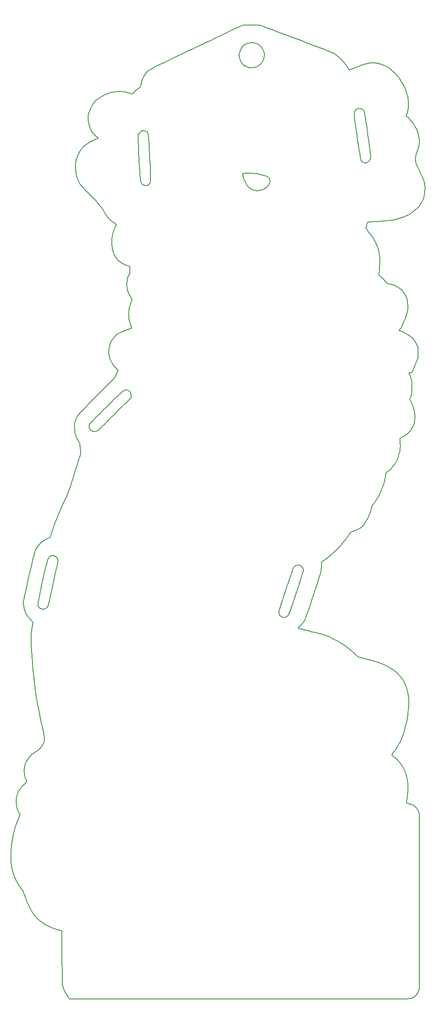
<source format=gm1>
G04 #@! TF.GenerationSoftware,KiCad,Pcbnew,(5.1.5)-3*
G04 #@! TF.CreationDate,2020-02-10T18:46:58-06:00*
G04 #@! TF.ProjectId,tymkrs_Cyphercon_2020_llama,74796d6b-7273-45f4-9379-70686572636f,V0*
G04 #@! TF.SameCoordinates,Original*
G04 #@! TF.FileFunction,Profile,NP*
%FSLAX46Y46*%
G04 Gerber Fmt 4.6, Leading zero omitted, Abs format (unit mm)*
G04 Created by KiCad (PCBNEW (5.1.5)-3) date 2020-02-10 18:46:58*
%MOMM*%
%LPD*%
G04 APERTURE LIST*
%ADD10C,0.180000*%
G04 APERTURE END LIST*
D10*
X127695893Y-8901686D02*
X127695893Y-8901686D01*
X127114725Y-8900000D02*
X127695893Y-8901686D01*
X126726248Y-8900175D02*
X127114725Y-8900000D01*
X126276661Y-8905899D02*
X126726248Y-8900175D01*
X125906015Y-8927059D02*
X126276661Y-8905899D01*
X125577200Y-8973656D02*
X125906015Y-8927059D01*
X125253103Y-9055688D02*
X125577200Y-8973656D01*
X124896615Y-9183154D02*
X125253103Y-9055688D01*
X124470623Y-9366054D02*
X124896615Y-9183154D01*
X123938018Y-9614385D02*
X124470623Y-9366054D01*
X123261687Y-9938149D02*
X123938018Y-9614385D01*
X122811068Y-10153780D02*
X123261687Y-9938149D01*
X122352596Y-10371966D02*
X122811068Y-10153780D01*
X121986241Y-10544969D02*
X122352596Y-10371966D01*
X121741365Y-10658932D02*
X121986241Y-10544969D01*
X121647332Y-10700000D02*
X121741365Y-10658932D01*
X121614900Y-10713591D02*
X121647332Y-10700000D01*
X121430863Y-10799068D02*
X121614900Y-10713591D01*
X121106812Y-10952626D02*
X121430863Y-10799068D01*
X120668290Y-11162086D02*
X121106812Y-10952626D01*
X120140838Y-11415270D02*
X120668290Y-11162086D01*
X119549999Y-11700000D02*
X120140838Y-11415270D01*
X119209636Y-11864134D02*
X119549999Y-11700000D01*
X118651177Y-12132558D02*
X119209636Y-11864134D01*
X118170368Y-12362539D02*
X118651177Y-12132558D01*
X117792798Y-12541895D02*
X118170368Y-12362539D01*
X117544054Y-12658443D02*
X117792798Y-12541895D01*
X117449724Y-12700000D02*
X117544054Y-12658443D01*
X117442641Y-12702378D02*
X117449724Y-12700000D01*
X117309529Y-12762218D02*
X117442641Y-12702378D01*
X117029962Y-12892965D02*
X117309529Y-12762218D01*
X116631224Y-13081717D02*
X117029962Y-12892965D01*
X116140599Y-13315572D02*
X116631224Y-13081717D01*
X115585368Y-13581627D02*
X116140599Y-13315572D01*
X115386402Y-13677123D02*
X115585368Y-13581627D01*
X114769084Y-13972783D02*
X115386402Y-13677123D01*
X114026783Y-14327615D02*
X114769084Y-13972783D01*
X113443917Y-14605854D02*
X114026783Y-14327615D01*
X124795254Y-13992532D02*
X124685762Y-14605854D01*
X125056759Y-13425170D02*
X124795254Y-13992532D01*
X125465535Y-12936771D02*
X125056759Y-13425170D01*
X126016838Y-12560338D02*
X125465535Y-12936771D01*
X126472039Y-12385998D02*
X126016838Y-12560338D01*
X127101258Y-12300776D02*
X126472039Y-12385998D01*
X127710343Y-12377634D02*
X127101258Y-12300776D01*
X128273906Y-12597591D02*
X127710343Y-12377634D01*
X128766558Y-12941666D02*
X128273906Y-12597591D01*
X129162910Y-13390879D02*
X128766558Y-12941666D01*
X129437573Y-13926249D02*
X129162910Y-13390879D01*
X129565159Y-14528795D02*
X129437573Y-13926249D01*
X129520278Y-15179535D02*
X129565159Y-14528795D01*
X129305411Y-15815073D02*
X129520278Y-15179535D01*
X128918502Y-16386821D02*
X129305411Y-15815073D01*
X128377254Y-16833720D02*
X128918502Y-16386821D01*
X127867855Y-17067129D02*
X128377254Y-16833720D01*
X127227432Y-17179707D02*
X127867855Y-17067129D01*
X126580728Y-17124117D02*
X127227432Y-17179707D01*
X125972298Y-16905022D02*
X126580728Y-17124117D01*
X125446700Y-16527083D02*
X125972298Y-16905022D01*
X125316802Y-16391558D02*
X125446700Y-16527083D01*
X124941792Y-15838370D02*
X125316802Y-16391558D01*
X124733027Y-15232134D02*
X124941792Y-15838370D01*
X124685762Y-14605854D02*
X124733027Y-15232134D01*
X113199530Y-14722516D02*
X113443917Y-14605854D01*
X112327352Y-15138386D02*
X113199530Y-14722516D01*
X111450279Y-15556124D02*
X112327352Y-15138386D01*
X110608339Y-15956627D02*
X111450279Y-15556124D01*
X110432505Y-16040276D02*
X110608339Y-15956627D01*
X109512983Y-16481284D02*
X110432505Y-16040276D01*
X108753752Y-16854840D02*
X109512983Y-16481284D01*
X108136052Y-17173618D02*
X108753752Y-16854840D01*
X107641125Y-17450297D02*
X108136052Y-17173618D01*
X107250214Y-17697552D02*
X107641125Y-17450297D01*
X106944560Y-17928060D02*
X107250214Y-17697552D01*
X106705406Y-18154496D02*
X106944560Y-17928060D01*
X106513993Y-18389539D02*
X106705406Y-18154496D01*
X106351563Y-18645863D02*
X106513993Y-18389539D01*
X106199358Y-18936145D02*
X106351563Y-18645863D01*
X106062853Y-19253330D02*
X106199358Y-18936145D01*
X105892561Y-19761041D02*
X106062853Y-19253330D01*
X105781337Y-20230719D02*
X105892561Y-19761041D01*
X105777289Y-20255059D02*
X105781337Y-20230719D01*
X105708303Y-20613012D02*
X105777289Y-20255059D01*
X105628785Y-20835754D02*
X105708303Y-20613012D01*
X105506706Y-20983475D02*
X105628785Y-20835754D01*
X105310036Y-21116361D02*
X105506706Y-20983475D01*
X105117547Y-21246392D02*
X105310036Y-21116361D01*
X104796804Y-21498911D02*
X105117547Y-21246392D01*
X104483931Y-21777712D02*
X104796804Y-21498911D01*
X104017863Y-22224887D02*
X104483931Y-21777712D01*
X103547406Y-22064586D02*
X104017863Y-22224887D01*
X102680470Y-21842418D02*
X103547406Y-22064586D01*
X101605642Y-21747704D02*
X102680470Y-21842418D01*
X100521578Y-21839931D02*
X101605642Y-21747704D01*
X99756785Y-22009069D02*
X100521578Y-21839931D01*
X98711778Y-22378029D02*
X99756785Y-22009069D01*
X97797209Y-22878069D02*
X98711778Y-22378029D01*
X97022741Y-23500914D02*
X97797209Y-22878069D01*
X96398039Y-24238286D02*
X97022741Y-23500914D01*
X95932766Y-25081909D02*
X96398039Y-24238286D01*
X95636587Y-26023507D02*
X95932766Y-25081909D01*
X95629085Y-26067307D02*
X95636587Y-26023507D01*
X146918950Y-25763536D02*
X146902484Y-26067307D01*
X147003337Y-25520654D02*
X146918950Y-25763536D01*
X147192307Y-25292307D02*
X147003337Y-25520654D01*
X147225819Y-25260427D02*
X147192307Y-25292307D01*
X147587642Y-25050188D02*
X147225819Y-25260427D01*
X148001090Y-24991336D02*
X147587642Y-25050188D01*
X148392412Y-25095939D02*
X148001090Y-24991336D01*
X148498959Y-25161627D02*
X148392412Y-25095939D01*
X148595975Y-25250921D02*
X148498959Y-25161627D01*
X148682894Y-25379056D02*
X148595975Y-25250921D01*
X148763787Y-25563743D02*
X148682894Y-25379056D01*
X148842726Y-25822691D02*
X148763787Y-25563743D01*
X148923784Y-26173611D02*
X148842726Y-25822691D01*
X149011033Y-26634211D02*
X148923784Y-26173611D01*
X149108544Y-27222202D02*
X149011033Y-26634211D01*
X149220389Y-27955294D02*
X149108544Y-27222202D01*
X149350642Y-28851196D02*
X149220389Y-27955294D01*
X149503373Y-29927618D02*
X149350642Y-28851196D01*
X149570539Y-30406092D02*
X149503373Y-29927618D01*
X149693066Y-31290301D02*
X149570539Y-30406092D01*
X149804834Y-32111496D02*
X149693066Y-31290301D01*
X149902903Y-32847183D02*
X149804834Y-32111496D01*
X149984331Y-33474870D02*
X149902903Y-32847183D01*
X150046176Y-33972064D02*
X149984331Y-33474870D01*
X150085497Y-34316271D02*
X150046176Y-33972064D01*
X150099352Y-34485000D02*
X150085497Y-34316271D01*
X150094007Y-34586566D02*
X150099352Y-34485000D01*
X149999655Y-34866383D02*
X150094007Y-34586566D01*
X149760000Y-35160000D02*
X149999655Y-34866383D01*
X149686946Y-35227873D02*
X149760000Y-35160000D01*
X149307348Y-35447330D02*
X149686946Y-35227873D01*
X148913084Y-35489626D02*
X149307348Y-35447330D01*
X148544888Y-35357603D02*
X148913084Y-35489626D01*
X148243495Y-35054107D02*
X148544888Y-35357603D01*
X148241458Y-35050746D02*
X148243495Y-35054107D01*
X148192360Y-34891334D02*
X148241458Y-35050746D01*
X148121264Y-34560177D02*
X148192360Y-34891334D01*
X148031923Y-34082421D02*
X148121264Y-34560177D01*
X147928090Y-33483209D02*
X148031923Y-34082421D01*
X147813515Y-32787688D02*
X147928090Y-33483209D01*
X147691951Y-32021002D02*
X147813515Y-32787688D01*
X147567151Y-31208295D02*
X147691951Y-32021002D01*
X147442866Y-30374713D02*
X147567151Y-31208295D01*
X147322849Y-29545401D02*
X147442866Y-30374713D01*
X147210852Y-28745504D02*
X147322849Y-29545401D01*
X147110626Y-28000166D02*
X147210852Y-28745504D01*
X147025924Y-27334532D02*
X147110626Y-28000166D01*
X146960499Y-26773748D02*
X147025924Y-27334532D01*
X146918101Y-26342958D02*
X146960499Y-26773748D01*
X146902484Y-26067307D02*
X146918101Y-26342958D01*
X95580440Y-26351352D02*
X95629085Y-26067307D01*
X95550546Y-27243700D02*
X95580440Y-26351352D01*
X95688295Y-28122300D02*
X95550546Y-27243700D01*
X95982238Y-28950940D02*
X95688295Y-28122300D01*
X96420927Y-29693407D02*
X95982238Y-28950940D01*
X96992913Y-30313489D02*
X96420927Y-29693407D01*
X97481933Y-30734720D02*
X96992913Y-30313489D01*
X97401112Y-30767307D02*
X97481933Y-30734720D01*
X105203691Y-30384802D02*
X105201737Y-30767307D01*
X105220568Y-30087839D02*
X105203691Y-30384802D01*
X105265588Y-29891983D02*
X105220568Y-30087839D01*
X105351814Y-29744413D02*
X105265588Y-29891983D01*
X105492307Y-29592307D02*
X105351814Y-29744413D01*
X105518566Y-29567042D02*
X105492307Y-29592307D01*
X105883683Y-29351080D02*
X105518566Y-29567042D01*
X106302996Y-29292696D02*
X105883683Y-29351080D01*
X106705539Y-29402964D02*
X106302996Y-29292696D01*
X106746319Y-29425655D02*
X106705539Y-29402964D01*
X106860728Y-29505969D02*
X106746319Y-29425655D01*
X106956249Y-29614475D02*
X106860728Y-29505969D01*
X107035931Y-29770243D02*
X106956249Y-29614475D01*
X107102823Y-29992341D02*
X107035931Y-29770243D01*
X107159974Y-30299840D02*
X107102823Y-29992341D01*
X107210434Y-30711809D02*
X107159974Y-30299840D01*
X107257251Y-31247316D02*
X107210434Y-30711809D01*
X107303474Y-31925433D02*
X107257251Y-31247316D01*
X107352153Y-32765227D02*
X107303474Y-31925433D01*
X107406337Y-33785769D02*
X107352153Y-32765227D01*
X107437038Y-34380847D02*
X107406337Y-33785769D01*
X107491991Y-35473570D02*
X107437038Y-34380847D01*
X107535244Y-36391096D02*
X107491991Y-35473570D01*
X107566751Y-37149923D02*
X107535244Y-36391096D01*
X107585456Y-37734992D02*
X107566751Y-37149923D01*
X125382198Y-37577801D02*
X125352628Y-37734992D01*
X125499468Y-37533271D02*
X125382198Y-37577801D01*
X125786214Y-37497992D02*
X125499468Y-37533271D01*
X126191412Y-37481678D02*
X125786214Y-37497992D01*
X126671262Y-37483986D02*
X126191412Y-37481678D01*
X127181962Y-37504575D02*
X126671262Y-37483986D01*
X127679713Y-37543100D02*
X127181962Y-37504575D01*
X128120712Y-37599221D02*
X127679713Y-37543100D01*
X128643901Y-37694004D02*
X128120712Y-37599221D01*
X129411614Y-37883119D02*
X128643901Y-37694004D01*
X129991931Y-38103469D02*
X129411614Y-37883119D01*
X130391747Y-38357955D02*
X129991931Y-38103469D01*
X130617956Y-38649475D02*
X130391747Y-38357955D01*
X130682468Y-38974909D02*
X130617956Y-38649475D01*
X130592191Y-39377422D02*
X130682468Y-38974909D01*
X130347553Y-39792178D02*
X130592191Y-39377422D01*
X129966406Y-40189847D02*
X130347553Y-39792178D01*
X129466600Y-40541103D02*
X129966406Y-40189847D01*
X128866430Y-40780272D02*
X129466600Y-40541103D01*
X128220280Y-40853654D02*
X128866430Y-40780272D01*
X127576617Y-40766197D02*
X128220280Y-40853654D01*
X126981569Y-40524190D02*
X127576617Y-40766197D01*
X126481268Y-40133927D02*
X126981569Y-40524190D01*
X126368805Y-40000902D02*
X126481268Y-40133927D01*
X126144599Y-39668700D02*
X126368805Y-40000902D01*
X125919062Y-39264206D02*
X126144599Y-39668700D01*
X125709647Y-38828004D02*
X125919062Y-39264206D01*
X125533802Y-38400678D02*
X125709647Y-38828004D01*
X125408979Y-38022812D02*
X125533802Y-38400678D01*
X125352628Y-37734992D02*
X125408979Y-38022812D01*
X107586464Y-37766550D02*
X107585456Y-37734992D01*
X107594340Y-38257477D02*
X107586464Y-37766550D01*
X107590330Y-38639202D02*
X107594340Y-38257477D01*
X107574390Y-38928225D02*
X107590330Y-38639202D01*
X107546472Y-39141043D02*
X107574390Y-38928225D01*
X107506532Y-39294158D02*
X107546472Y-39141043D01*
X107454522Y-39404067D02*
X107506532Y-39294158D01*
X107390397Y-39487269D02*
X107454522Y-39404067D01*
X107188532Y-39660495D02*
X107390397Y-39487269D01*
X106933887Y-39806126D02*
X107188532Y-39660495D01*
X106718866Y-39875233D02*
X106933887Y-39806126D01*
X106478747Y-39880985D02*
X106718866Y-39875233D01*
X106209639Y-39773525D02*
X106478747Y-39880985D01*
X106205464Y-39771379D02*
X106209639Y-39773525D01*
X106057401Y-39691856D02*
X106205464Y-39771379D01*
X105935085Y-39607014D02*
X106057401Y-39691856D01*
X105834911Y-39497412D02*
X105935085Y-39607014D01*
X105753273Y-39343608D02*
X105834911Y-39497412D01*
X105686568Y-39126160D02*
X105753273Y-39343608D01*
X105631191Y-38825627D02*
X105686568Y-39126160D01*
X105583537Y-38422567D02*
X105631191Y-38825627D01*
X105540002Y-37897540D02*
X105583537Y-38422567D01*
X105496981Y-37231102D02*
X105540002Y-37897540D01*
X105450870Y-36403813D02*
X105496981Y-37231102D01*
X105398063Y-35396231D02*
X105450870Y-36403813D01*
X105356225Y-34570902D02*
X105398063Y-35396231D01*
X105314531Y-33705683D02*
X105356225Y-34570902D01*
X105277563Y-32894001D02*
X105314531Y-33705683D01*
X105246559Y-32165090D02*
X105277563Y-32894001D01*
X105222760Y-31548182D02*
X105246559Y-32165090D01*
X105207406Y-31072510D02*
X105222760Y-31548182D01*
X105201737Y-30767307D02*
X105207406Y-31072510D01*
X96706686Y-31047303D02*
X97401112Y-30767307D01*
X96568424Y-31104936D02*
X96706686Y-31047303D01*
X95623512Y-31611952D02*
X96568424Y-31104936D01*
X94805119Y-32257944D02*
X95623512Y-31611952D01*
X94128182Y-33026377D02*
X94805119Y-32257944D01*
X93607636Y-33900719D02*
X94128182Y-33026377D01*
X93258419Y-34864434D02*
X93607636Y-33900719D01*
X93209060Y-35088208D02*
X93258419Y-34864434D01*
X93126668Y-35756967D02*
X93209060Y-35088208D01*
X93107372Y-36495367D02*
X93126668Y-35756967D01*
X93151180Y-37217027D02*
X93107372Y-36495367D01*
X93258103Y-37835565D02*
X93151180Y-37217027D01*
X93288720Y-37951993D02*
X93258103Y-37835565D01*
X93489282Y-38589558D02*
X93288720Y-37951993D01*
X93735726Y-39138773D02*
X93489282Y-38589558D01*
X94058483Y-39649007D02*
X93735726Y-39138773D01*
X94487986Y-40169627D02*
X94058483Y-39649007D01*
X95054665Y-40750000D02*
X94487986Y-40169627D01*
X95401900Y-41091010D02*
X95054665Y-40750000D01*
X96174278Y-41878805D02*
X95401900Y-41091010D01*
X96877473Y-42637056D02*
X96174278Y-41878805D01*
X97494639Y-43346008D02*
X96877473Y-42637056D01*
X98008930Y-43985908D02*
X97494639Y-43346008D01*
X98403501Y-44537001D02*
X98008930Y-43985908D01*
X98661505Y-44979532D02*
X98403501Y-44537001D01*
X98840796Y-45311002D02*
X98661505Y-44979532D01*
X99326153Y-45988969D02*
X98840796Y-45311002D01*
X99911919Y-46589313D02*
X99326153Y-45988969D01*
X100542654Y-47050982D02*
X99911919Y-46589313D01*
X100995172Y-47316175D02*
X100542654Y-47050982D01*
X100756405Y-47787358D02*
X100995172Y-47316175D01*
X100540319Y-48275002D02*
X100756405Y-47787358D01*
X100267092Y-49179410D02*
X100540319Y-48275002D01*
X100114102Y-50137674D02*
X100267092Y-49179410D01*
X100084809Y-51099232D02*
X100114102Y-50137674D01*
X100182675Y-52013518D02*
X100084809Y-51099232D01*
X100411163Y-52829972D02*
X100182675Y-52013518D01*
X100469733Y-52970915D02*
X100411163Y-52829972D01*
X100908838Y-53732568D02*
X100469733Y-52970915D01*
X101499167Y-54384088D02*
X100908838Y-53732568D01*
X102213596Y-54900299D02*
X101499167Y-54384088D01*
X103025000Y-55256025D02*
X102213596Y-54900299D01*
X103599999Y-55436524D02*
X103025000Y-55256025D01*
X103600000Y-56162360D02*
X103599999Y-55436524D01*
X103599861Y-56202001D02*
X103600000Y-56162360D01*
X103585514Y-56558128D02*
X103599861Y-56202001D01*
X103552194Y-56824485D02*
X103585514Y-56558128D01*
X103506473Y-56945998D02*
X103552194Y-56824485D01*
X103441350Y-57033424D02*
X103506473Y-56945998D01*
X103326018Y-57264199D02*
X103441350Y-57033424D01*
X103197431Y-57576900D02*
X103326018Y-57264199D01*
X103039840Y-58143715D02*
X103197431Y-57576900D01*
X102971905Y-58967395D02*
X103039840Y-58143715D01*
X103066699Y-59810941D02*
X102971905Y-58967395D01*
X103317938Y-60628623D02*
X103066699Y-59810941D01*
X103719338Y-61374713D02*
X103317938Y-60628623D01*
X104009213Y-61799427D02*
X103719338Y-61374713D01*
X103689726Y-62724713D02*
X104009213Y-61799427D01*
X103644380Y-62857514D02*
X103689726Y-62724713D01*
X103502240Y-63317702D02*
X103644380Y-62857514D01*
X103418835Y-63710550D02*
X103502240Y-63317702D01*
X103379346Y-64125002D02*
X103418835Y-63710550D01*
X103368953Y-64650000D02*
X103379346Y-64125002D01*
X103368937Y-64690554D02*
X103368953Y-64650000D01*
X103379865Y-65210536D02*
X103368937Y-64690554D01*
X103420125Y-65615848D02*
X103379865Y-65210536D01*
X103501890Y-65985874D02*
X103420125Y-65615848D01*
X103637336Y-66400000D02*
X103501890Y-65985874D01*
X103667282Y-66483740D02*
X103637336Y-66400000D01*
X103792831Y-66845446D02*
X103667282Y-66483740D01*
X103886017Y-67130823D02*
X103792831Y-66845446D01*
X103928501Y-67284185D02*
X103886017Y-67130823D01*
X103877499Y-67365214D02*
X103928501Y-67284185D01*
X103636253Y-67480346D02*
X103877499Y-67365214D01*
X103200000Y-67609516D02*
X103636253Y-67480346D01*
X102835766Y-67711831D02*
X103200000Y-67609516D01*
X101880053Y-68089120D02*
X102835766Y-67711831D01*
X101078929Y-68581745D02*
X101880053Y-68089120D01*
X100437347Y-69184341D02*
X101078929Y-68581745D01*
X99960260Y-69891539D02*
X100437347Y-69184341D01*
X99652621Y-70697971D02*
X99960260Y-69891539D01*
X99519383Y-71598269D02*
X99652621Y-70697971D01*
X99510200Y-71854963D02*
X99519383Y-71598269D01*
X99519994Y-72303896D02*
X99510200Y-71854963D01*
X99578823Y-72687193D02*
X99519994Y-72303896D01*
X99697365Y-73094603D02*
X99578823Y-72687193D01*
X99843762Y-73471203D02*
X99697365Y-73094603D01*
X100172770Y-74106215D02*
X99843762Y-73471203D01*
X100564009Y-74669004D02*
X100172770Y-74106215D01*
X100976921Y-75096130D02*
X100564009Y-74669004D01*
X101332242Y-75389015D02*
X100976921Y-75096130D01*
X101066121Y-75982012D02*
X101332242Y-75389015D01*
X100938725Y-76277411D02*
X101066121Y-75982012D01*
X100838427Y-76534780D02*
X100938725Y-76277411D01*
X100799999Y-76668815D02*
X100838427Y-76534780D01*
X100740957Y-76745255D02*
X100799999Y-76668815D01*
X100553062Y-76950213D02*
X100740957Y-76745255D01*
X100249872Y-77268337D02*
X100553062Y-76950213D01*
X99845336Y-77685337D02*
X100249872Y-77268337D01*
X99353407Y-78186923D02*
X99845336Y-77685337D01*
X98788034Y-78758807D02*
X99353407Y-78186923D01*
X98163168Y-79386700D02*
X98788034Y-78758807D01*
X97492761Y-80056310D02*
X98163168Y-79386700D01*
X96937321Y-80611434D02*
X97492761Y-80056310D01*
X96270020Y-81283594D02*
X96937321Y-80611434D01*
X95645877Y-81917903D02*
X96270020Y-81283594D01*
X95081434Y-82497267D02*
X95645877Y-81917903D01*
X94593231Y-83004587D02*
X95081434Y-82497267D01*
X94197809Y-83422766D02*
X94593231Y-83004587D01*
X93911709Y-83734709D02*
X94197809Y-83422766D01*
X93751474Y-83923317D02*
X93911709Y-83734709D01*
X93543179Y-84234648D02*
X93751474Y-83923317D01*
X93284898Y-84710358D02*
X93543179Y-84234648D01*
X93097223Y-85158343D02*
X93284898Y-84710358D01*
X92953636Y-85734615D02*
X93097223Y-85158343D01*
X92919678Y-86235767D02*
X92953636Y-85734615D01*
X95832359Y-85834112D02*
X95728367Y-86235767D01*
X95877909Y-85770719D02*
X95832359Y-85834112D01*
X96058664Y-85563454D02*
X95877909Y-85770719D01*
X96357533Y-85242078D02*
X96058664Y-85563454D01*
X96759018Y-84822577D02*
X96357533Y-85242078D01*
X97247621Y-84320937D02*
X96759018Y-84822577D01*
X97807845Y-83753142D02*
X97247621Y-84320937D01*
X98424191Y-83135180D02*
X97807845Y-83753142D01*
X99081162Y-82483035D02*
X98424191Y-83135180D01*
X99243780Y-82322455D02*
X99081162Y-82483035D01*
X100013408Y-81564820D02*
X99243780Y-82322455D01*
X100658453Y-80936141D02*
X100013408Y-81564820D01*
X101192665Y-80425568D02*
X100658453Y-80936141D01*
X101629788Y-80022252D02*
X101192665Y-80425568D01*
X101983572Y-79715343D02*
X101629788Y-80022252D01*
X102267763Y-79493991D02*
X101983572Y-79715343D01*
X102496110Y-79347348D02*
X102267763Y-79493991D01*
X102682358Y-79264564D02*
X102496110Y-79347348D01*
X102840257Y-79234790D02*
X102682358Y-79264564D01*
X102983552Y-79247176D02*
X102840257Y-79234790D01*
X103125992Y-79290872D02*
X102983552Y-79247176D01*
X103477305Y-79494398D02*
X103125992Y-79290872D01*
X103719483Y-79833383D02*
X103477305Y-79494398D01*
X103800000Y-80290006D02*
X103719483Y-79833383D01*
X103800000Y-80742300D02*
X103800000Y-80290006D01*
X100825000Y-83732043D02*
X103800000Y-80742300D01*
X100530211Y-84027794D02*
X100825000Y-83732043D01*
X99892250Y-84664423D02*
X100530211Y-84027794D01*
X99292257Y-85258650D02*
X99892250Y-84664423D01*
X98747322Y-85793822D02*
X99292257Y-85258650D01*
X98274538Y-86253286D02*
X98747322Y-85793822D01*
X97890994Y-86620388D02*
X98274538Y-86253286D01*
X97613783Y-86878475D02*
X97890994Y-86620388D01*
X97459996Y-87010893D02*
X97613783Y-86878475D01*
X97328498Y-87100820D02*
X97459996Y-87010893D01*
X96898942Y-87279342D02*
X97328498Y-87100820D01*
X96494544Y-87260358D02*
X96898942Y-87279342D01*
X96111072Y-87043971D02*
X96494544Y-87260358D01*
X96056219Y-86994832D02*
X96111072Y-87043971D01*
X95806730Y-86638922D02*
X96056219Y-86994832D01*
X95728367Y-86235767D02*
X95806730Y-86638922D01*
X92894034Y-86614232D02*
X92919678Y-86235767D01*
X93006200Y-87501492D02*
X92894034Y-86614232D01*
X93283380Y-88353266D02*
X93006200Y-87501492D01*
X93718818Y-89126427D02*
X93283380Y-88353266D01*
X93756312Y-89182220D02*
X93718818Y-89126427D01*
X93905680Y-89536093D02*
X93756312Y-89182220D01*
X93964606Y-90008072D02*
X93905680Y-89536093D01*
X93977553Y-90218497D02*
X93964606Y-90008072D01*
X94026254Y-90633935D02*
X93977553Y-90218497D01*
X94092933Y-90973757D02*
X94026254Y-90633935D01*
X94137658Y-91183230D02*
X94092933Y-90973757D01*
X94139071Y-91407577D02*
X94137658Y-91183230D01*
X94077172Y-91677110D02*
X94139071Y-91407577D01*
X93942471Y-92060379D02*
X94077172Y-91677110D01*
X93913866Y-92138641D02*
X93942471Y-92060379D01*
X93792834Y-92494226D02*
X93913866Y-92138641D01*
X93632757Y-92989360D02*
X93792834Y-92494226D01*
X93446158Y-93584285D02*
X93632757Y-92989360D01*
X93245562Y-94239241D02*
X93446158Y-93584285D01*
X93043490Y-94914468D02*
X93245562Y-94239241D01*
X92846859Y-95575464D02*
X93043490Y-94914468D01*
X92596327Y-96396764D02*
X92846859Y-95575464D01*
X92366711Y-97113656D02*
X92596327Y-96396764D01*
X92142746Y-97766852D02*
X92366711Y-97113656D01*
X91909166Y-98397069D02*
X92142746Y-97766852D01*
X91650706Y-99045020D02*
X91909166Y-98397069D01*
X91352099Y-99751421D02*
X91650706Y-99045020D01*
X90998081Y-100556985D02*
X91352099Y-99751421D01*
X90573385Y-101502428D02*
X90998081Y-100556985D01*
X90132717Y-102485488D02*
X90573385Y-101502428D01*
X89719439Y-103430027D02*
X90132717Y-102485488D01*
X89375028Y-104247673D02*
X89719439Y-103430027D01*
X89088622Y-104965746D02*
X89375028Y-104247673D01*
X88849357Y-105611567D02*
X89088622Y-104965746D01*
X88646372Y-106212455D02*
X88849357Y-105611567D01*
X88468805Y-106795731D02*
X88646372Y-106212455D01*
X88233005Y-107612491D02*
X88468805Y-106795731D01*
X87435502Y-108000563D02*
X88233005Y-107612491D01*
X87212774Y-108115334D02*
X87435502Y-108000563D01*
X86454808Y-108630165D02*
X87212774Y-108115334D01*
X85853705Y-109264729D02*
X86454808Y-108630165D01*
X85400794Y-110027667D02*
X85853705Y-109264729D01*
X85365203Y-110112321D02*
X85400794Y-110027667D01*
X85244898Y-110467822D02*
X85365203Y-110112321D01*
X85090043Y-111007723D02*
X85244898Y-110467822D01*
X84900021Y-111734432D02*
X85090043Y-111007723D01*
X84674218Y-112650352D02*
X84900021Y-111734432D01*
X84412017Y-113757890D02*
X84674218Y-112650352D01*
X84112803Y-115059451D02*
X84412017Y-113757890D01*
X83961199Y-115729075D02*
X84112803Y-115059451D01*
X83759538Y-116627248D02*
X83961199Y-115729075D01*
X83573388Y-117464803D02*
X83759538Y-116627248D01*
X83407623Y-118219356D02*
X83573388Y-117464803D01*
X83267117Y-118868521D02*
X83407623Y-118219356D01*
X83156743Y-119389913D02*
X83267117Y-118868521D01*
X83081376Y-119761147D02*
X83156743Y-119389913D01*
X83045888Y-119959838D02*
X83081376Y-119761147D01*
X83024765Y-120515099D02*
X83045888Y-119959838D01*
X83059146Y-120738003D02*
X83024765Y-120515099D01*
X85861711Y-120547213D02*
X85841492Y-120738003D01*
X85919441Y-120192740D02*
X85861711Y-120547213D01*
X86009502Y-119699236D02*
X85919441Y-120192740D01*
X86126716Y-119091355D02*
X86009502Y-119699236D01*
X86265903Y-118393748D02*
X86126716Y-119091355D01*
X86421883Y-117631069D02*
X86265903Y-118393748D01*
X86589477Y-116827971D02*
X86421883Y-117631069D01*
X86763505Y-116009105D02*
X86589477Y-116827971D01*
X86938788Y-115199126D02*
X86763505Y-116009105D01*
X87110147Y-114422686D02*
X86938788Y-115199126D01*
X87272402Y-113704438D02*
X87110147Y-114422686D01*
X87420373Y-113069033D02*
X87272402Y-113704438D01*
X87548881Y-112541127D02*
X87420373Y-113069033D01*
X87652747Y-112145370D02*
X87548881Y-112541127D01*
X87735140Y-111896936D02*
X87652747Y-112145370D01*
X87970871Y-111487386D02*
X87735140Y-111896936D01*
X88293327Y-111249589D02*
X87970871Y-111487386D01*
X88714316Y-111172727D02*
X88293327Y-111249589D01*
X88929682Y-111184283D02*
X88714316Y-111172727D01*
X89182059Y-111272071D02*
X88929682Y-111184283D01*
X89418356Y-111487941D02*
X89182059Y-111272071D01*
X89600168Y-111745255D02*
X89418356Y-111487941D01*
X89700000Y-112131384D02*
X89600168Y-111745255D01*
X89697558Y-112160136D02*
X89700000Y-112131384D01*
X89663136Y-112366673D02*
X89697558Y-112160136D01*
X89592240Y-112735105D02*
X89663136Y-112366673D01*
X89490235Y-113240534D02*
X89592240Y-112735105D01*
X89362486Y-113858063D02*
X89490235Y-113240534D01*
X89214356Y-114562793D02*
X89362486Y-113858063D01*
X89051211Y-115329827D02*
X89214356Y-114562793D01*
X88878414Y-116134266D02*
X89051211Y-115329827D01*
X88701331Y-116951213D02*
X88878414Y-116134266D01*
X88525326Y-117755769D02*
X88701331Y-116951213D01*
X88355763Y-118523037D02*
X88525326Y-117755769D01*
X88198007Y-119228119D02*
X88355763Y-118523037D01*
X88057422Y-119846116D02*
X88198007Y-119228119D01*
X87939373Y-120352132D02*
X88057422Y-119846116D01*
X87849225Y-120721267D02*
X87939373Y-120352132D01*
X87847121Y-120729225D02*
X87849225Y-120721267D01*
X87722836Y-120992407D02*
X87847121Y-120729225D01*
X87526459Y-121246267D02*
X87722836Y-120992407D01*
X87443030Y-121320099D02*
X87526459Y-121246267D01*
X87086776Y-121489340D02*
X87443030Y-121320099D01*
X86697518Y-121502970D02*
X87086776Y-121489340D01*
X86326403Y-121375811D02*
X86697518Y-121502970D01*
X86024574Y-121122686D02*
X86326403Y-121375811D01*
X85843177Y-120758419D02*
X86024574Y-121122686D01*
X85841492Y-120738003D02*
X85843177Y-120758419D01*
X83144876Y-121293830D02*
X83059146Y-120738003D01*
X83419139Y-122069835D02*
X83144876Y-121293830D01*
X83468218Y-122156691D02*
X83419139Y-122069835D01*
X132414025Y-121885809D02*
X132377981Y-122156691D01*
X132493357Y-121530573D02*
X132414025Y-121885809D01*
X132619299Y-121073418D02*
X132493357Y-121530573D01*
X132795175Y-120496779D02*
X132619299Y-121073418D01*
X133024305Y-119783091D02*
X132795175Y-120496779D01*
X133310013Y-118914789D02*
X133024305Y-119783091D01*
X133655620Y-117874307D02*
X133310013Y-118914789D01*
X133832285Y-117344375D02*
X133655620Y-117874307D01*
X134117178Y-116494943D02*
X133832285Y-117344375D01*
X134382909Y-115708865D02*
X134117178Y-116494943D01*
X134622228Y-115007234D02*
X134382909Y-115708865D01*
X134827882Y-114411149D02*
X134622228Y-115007234D01*
X134992623Y-113941704D02*
X134827882Y-114411149D01*
X135109199Y-113619997D02*
X134992623Y-113941704D01*
X135170359Y-113467122D02*
X135109199Y-113619997D01*
X135258744Y-113329193D02*
X135170359Y-113467122D01*
X135566545Y-113078397D02*
X135258744Y-113329193D01*
X135957092Y-112962215D02*
X135566545Y-113078397D01*
X136366314Y-113005384D02*
X135957092Y-112962215D01*
X136492233Y-113060241D02*
X136366314Y-113005384D01*
X136792086Y-113298300D02*
X136492233Y-113060241D01*
X137013149Y-113618840D02*
X136792086Y-113298300D01*
X137099626Y-113949986D02*
X137013149Y-113618840D01*
X137083765Y-114027738D02*
X137099626Y-113949986D01*
X137011296Y-114284979D02*
X137083765Y-114027738D01*
X136886009Y-114697070D02*
X137011296Y-114284979D01*
X136714339Y-115243786D02*
X136886009Y-114697070D01*
X136502722Y-115904900D02*
X136714339Y-115243786D01*
X136257594Y-116660186D02*
X136502722Y-115904900D01*
X135985389Y-117489419D02*
X136257594Y-116660186D01*
X135692542Y-118372371D02*
X135985389Y-117489419D01*
X135680153Y-118409537D02*
X135692542Y-118372371D01*
X135341030Y-119424013D02*
X135680153Y-118409537D01*
X135057022Y-120265999D02*
X135341030Y-119424013D01*
X134821594Y-120952622D02*
X135057022Y-120265999D01*
X134628211Y-121501006D02*
X134821594Y-120952622D01*
X134470338Y-121928279D02*
X134628211Y-121501006D01*
X134341438Y-122251567D02*
X134470338Y-121928279D01*
X134234976Y-122487995D02*
X134341438Y-122251567D01*
X134144418Y-122654690D02*
X134234976Y-122487995D01*
X134063228Y-122768778D02*
X134144418Y-122654690D01*
X133984870Y-122847385D02*
X134063228Y-122768778D01*
X133906541Y-122908240D02*
X133984870Y-122847385D01*
X133511206Y-123082365D02*
X133906541Y-122908240D01*
X133104310Y-123062050D02*
X133511206Y-123082365D01*
X132715024Y-122847296D02*
X133104310Y-123062050D01*
X132600243Y-122747985D02*
X132715024Y-122847296D01*
X132496356Y-122638867D02*
X132600243Y-122747985D01*
X132422469Y-122515655D02*
X132496356Y-122638867D01*
X132381903Y-122360785D02*
X132422469Y-122515655D01*
X132377981Y-122156691D02*
X132381903Y-122360785D01*
X83830192Y-122797283D02*
X83468218Y-122156691D01*
X84360671Y-123430344D02*
X83830192Y-122797283D01*
X84913396Y-123970003D02*
X84360671Y-123430344D01*
X84758671Y-124785647D02*
X84913396Y-123970003D01*
X84719363Y-125002792D02*
X84758671Y-124785647D01*
X84633348Y-125584819D02*
X84719363Y-125002792D01*
X84573131Y-126197464D02*
X84633348Y-125584819D01*
X84539082Y-126861640D02*
X84573131Y-126197464D01*
X84531567Y-127598261D02*
X84539082Y-126861640D01*
X84550954Y-128428240D02*
X84531567Y-127598261D01*
X84597611Y-129372490D02*
X84550954Y-128428240D01*
X84671906Y-130451924D02*
X84597611Y-129372490D01*
X84774206Y-131687457D02*
X84671906Y-130451924D01*
X84904880Y-133100000D02*
X84774206Y-131687457D01*
X84979391Y-133851807D02*
X84904880Y-133100000D01*
X85217833Y-135979305D02*
X84979391Y-133851807D01*
X85483948Y-137953460D02*
X85217833Y-135979305D01*
X85783087Y-139808442D02*
X85483948Y-137953460D01*
X86120603Y-141578420D02*
X85783087Y-139808442D01*
X86501845Y-143297565D02*
X86120603Y-141578420D01*
X86577897Y-143621868D02*
X86501845Y-143297565D01*
X86720715Y-144251033D02*
X86577897Y-143621868D01*
X86851719Y-144852436D02*
X86720715Y-144251033D01*
X86958950Y-145370588D02*
X86851719Y-144852436D01*
X87030447Y-145750000D02*
X86958950Y-145370588D01*
X87061249Y-145935082D02*
X87030447Y-145750000D01*
X87109454Y-146295899D02*
X87061249Y-145935082D01*
X87113081Y-146564733D02*
X87109454Y-146295899D01*
X87069100Y-146815979D02*
X87113081Y-146564733D01*
X86974480Y-147124031D02*
X87069100Y-146815979D01*
X86856725Y-147412859D02*
X86974480Y-147124031D01*
X86477595Y-148015495D02*
X86856725Y-147412859D01*
X85958612Y-148559011D02*
X86477595Y-148015495D01*
X85340607Y-148996609D02*
X85958612Y-148559011D01*
X84721547Y-149417084D02*
X85340607Y-148996609D01*
X84086438Y-150061472D02*
X84721547Y-149417084D01*
X83595102Y-150844791D02*
X84086438Y-150061472D01*
X83442765Y-151175057D02*
X83595102Y-150844791D01*
X83322480Y-151526140D02*
X83442765Y-151175057D01*
X83255138Y-151900877D02*
X83322480Y-151526140D01*
X83219290Y-152387316D02*
X83255138Y-151900877D01*
X83207787Y-152752294D02*
X83219290Y-152387316D01*
X83224493Y-153166021D02*
X83207787Y-152752294D01*
X83290471Y-153538762D02*
X83224493Y-153166021D01*
X83417295Y-153962605D02*
X83290471Y-153538762D01*
X83656426Y-154675210D02*
X83417295Y-153962605D01*
X83071010Y-155312605D02*
X83656426Y-154675210D01*
X82785975Y-155629216D02*
X83071010Y-155312605D01*
X82426048Y-156063892D02*
X82785975Y-155629216D01*
X82163690Y-156444803D02*
X82426048Y-156063892D01*
X81966774Y-156820812D02*
X82163690Y-156444803D01*
X81803171Y-157240782D02*
X81966774Y-156820812D01*
X81791126Y-157276558D02*
X81803171Y-157240782D01*
X81642872Y-157964108D02*
X81791126Y-157276558D01*
X81615593Y-158707336D02*
X81642872Y-157964108D01*
X81702725Y-159448287D02*
X81615593Y-158707336D01*
X81897704Y-160129003D02*
X81702725Y-159448287D01*
X82193967Y-160691528D02*
X81897704Y-160129003D01*
X82414617Y-161001402D02*
X82193967Y-160691528D01*
X82016196Y-162025701D02*
X82414617Y-161001402D01*
X82012606Y-162034933D02*
X82016196Y-162025701D01*
X81518383Y-163402317D02*
X82012606Y-162034933D01*
X81143700Y-164667981D02*
X81518383Y-163402317D01*
X80877686Y-165881459D02*
X81143700Y-164667981D01*
X80709468Y-167092287D02*
X80877686Y-165881459D01*
X80628175Y-168350000D02*
X80709468Y-167092287D01*
X80618277Y-168789030D02*
X80628175Y-168350000D01*
X80642381Y-169942908D02*
X80618277Y-168789030D01*
X80751440Y-170972800D02*
X80642381Y-169942908D01*
X80954378Y-171924885D02*
X80751440Y-170972800D01*
X81260119Y-172845340D02*
X80954378Y-171924885D01*
X81677586Y-173780344D02*
X81260119Y-172845340D01*
X81919468Y-174218687D02*
X81677586Y-173780344D01*
X82223053Y-174697737D02*
X81919468Y-174218687D01*
X82514829Y-175098916D02*
X82223053Y-174697737D01*
X82769239Y-175453811D02*
X82514829Y-175098916D01*
X82981270Y-175819827D02*
X82769239Y-175453811D01*
X83104637Y-176117221D02*
X82981270Y-175819827D01*
X83117165Y-176162112D02*
X83104637Y-176117221D01*
X83237517Y-176531884D02*
X83117165Y-176162112D01*
X83415481Y-177019112D02*
X83237517Y-176531884D01*
X83629022Y-177568325D02*
X83415481Y-177019112D01*
X83856110Y-178124052D02*
X83629022Y-177568325D01*
X84074712Y-178630820D02*
X83856110Y-178124052D01*
X84262795Y-179033158D02*
X84074712Y-178630820D01*
X84328166Y-179158841D02*
X84262795Y-179033158D01*
X84716164Y-179784268D02*
X84328166Y-179158841D01*
X85206962Y-180436120D02*
X84716164Y-179784268D01*
X85746755Y-181047303D02*
X85206962Y-180436120D01*
X86281737Y-181550723D02*
X85746755Y-181047303D01*
X86620914Y-181813867D02*
X86281737Y-181550723D01*
X87436440Y-182337602D02*
X86620914Y-181813867D01*
X88327749Y-182787762D02*
X87436440Y-182337602D01*
X89231276Y-183134309D02*
X88327749Y-182787762D01*
X90083452Y-183347204D02*
X89231276Y-183134309D01*
X90500000Y-183417579D02*
X90083452Y-183347204D01*
X90500000Y-188453867D02*
X90500000Y-183417579D01*
X90501918Y-189663473D02*
X90500000Y-188453867D01*
X90508574Y-190852104D02*
X90501918Y-189663473D01*
X90519915Y-191861156D02*
X90508574Y-190852104D01*
X90535860Y-192686554D02*
X90519915Y-191861156D01*
X90556328Y-193324224D02*
X90535860Y-192686554D01*
X90581237Y-193770090D02*
X90556328Y-193324224D01*
X90610508Y-194020077D02*
X90581237Y-193770090D01*
X90688855Y-194327187D02*
X90610508Y-194020077D01*
X90939278Y-194996476D02*
X90688855Y-194327187D01*
X91274263Y-195641743D02*
X90939278Y-194996476D01*
X91651313Y-196175000D02*
X91274263Y-195641743D01*
X92015584Y-196600000D02*
X91651313Y-196175000D01*
X124682792Y-196599442D02*
X92015584Y-196600000D01*
X125544450Y-196599412D02*
X124682792Y-196599442D01*
X128835540Y-196599007D02*
X125544450Y-196599412D01*
X131930608Y-196598132D02*
X128835540Y-196599007D01*
X134832827Y-196596777D02*
X131930608Y-196598132D01*
X137545374Y-196594931D02*
X134832827Y-196596777D01*
X140071424Y-196592584D02*
X137545374Y-196594931D01*
X142414152Y-196589726D02*
X140071424Y-196592584D01*
X144576734Y-196586345D02*
X142414152Y-196589726D01*
X146562345Y-196582432D02*
X144576734Y-196586345D01*
X148374161Y-196577976D02*
X146562345Y-196582432D01*
X150015356Y-196572966D02*
X148374161Y-196577976D01*
X151489106Y-196567393D02*
X150015356Y-196572966D01*
X152798587Y-196561244D02*
X151489106Y-196567393D01*
X153946973Y-196554511D02*
X152798587Y-196561244D01*
X154937440Y-196547182D02*
X153946973Y-196554511D01*
X155773164Y-196539247D02*
X154937440Y-196547182D01*
X156457320Y-196530695D02*
X155773164Y-196539247D01*
X156993082Y-196521516D02*
X156457320Y-196530695D01*
X157383627Y-196511700D02*
X156993082Y-196521516D01*
X157632130Y-196501235D02*
X157383627Y-196511700D01*
X157741766Y-196490112D02*
X157632130Y-196501235D01*
X157882996Y-196447798D02*
X157741766Y-196490112D01*
X158446648Y-196188733D02*
X157882996Y-196447798D01*
X158875256Y-195806484D02*
X158446648Y-196188733D01*
X159206820Y-195269390D02*
X158875256Y-195806484D01*
X159499842Y-194650000D02*
X159206820Y-195269390D01*
X159499842Y-160850000D02*
X159499842Y-194650000D01*
X159206061Y-160229005D02*
X159499842Y-160850000D01*
X159191936Y-160199332D02*
X159206061Y-160229005D01*
X158977543Y-159810450D02*
X159191936Y-160199332D01*
X158744638Y-159537321D02*
X158977543Y-159810450D01*
X158431140Y-159305998D02*
X158744638Y-159537321D01*
X158265097Y-159212444D02*
X158431140Y-159305998D01*
X157850918Y-159037028D02*
X158265097Y-159212444D01*
X157465333Y-158937827D02*
X157850918Y-159037028D01*
X157238427Y-158903874D02*
X157465333Y-158937827D01*
X157066940Y-158850803D02*
X157238427Y-158903874D01*
X157015585Y-158755544D02*
X157066940Y-158850803D01*
X157038995Y-158580022D02*
X157015585Y-158755544D01*
X157045491Y-158547293D02*
X157038995Y-158580022D01*
X157213587Y-157404754D02*
X157045491Y-158547293D01*
X157276996Y-156251088D02*
X157213587Y-157404754D01*
X157238706Y-155124265D02*
X157276996Y-156251088D01*
X157101705Y-154062260D02*
X157238706Y-155124265D01*
X156868982Y-153103043D02*
X157101705Y-154062260D01*
X156543525Y-152284588D02*
X156868982Y-153103043D01*
X156272657Y-151816649D02*
X156543525Y-152284588D01*
X155816063Y-151181030D02*
X156272657Y-151816649D01*
X155295251Y-150579418D02*
X155816063Y-151181030D01*
X154771402Y-150087658D02*
X155295251Y-150579418D01*
X154504399Y-149869658D02*
X154771402Y-150087658D01*
X154279428Y-149685207D02*
X154504399Y-149869658D01*
X154159759Y-149586118D02*
X154279428Y-149685207D01*
X154153129Y-149555607D02*
X154159759Y-149586118D01*
X154221957Y-149395477D02*
X154153129Y-149555607D01*
X154387408Y-149140556D02*
X154221957Y-149395477D01*
X154625519Y-148829759D02*
X154387408Y-149140556D01*
X154643398Y-148807772D02*
X154625519Y-148829759D01*
X154974639Y-148365276D02*
X154643398Y-148807772D01*
X155312287Y-147861060D02*
X154974639Y-148365276D01*
X155585894Y-147400000D02*
X155312287Y-147861060D01*
X155700762Y-147178070D02*
X155585894Y-147400000D01*
X156096767Y-146273361D02*
X155700762Y-147178070D01*
X156462322Y-145226118D02*
X156096767Y-146273361D01*
X156785825Y-144080751D02*
X156462322Y-145226118D01*
X157055680Y-142881668D02*
X156785825Y-144080751D01*
X157260285Y-141673282D02*
X157055680Y-142881668D01*
X157388043Y-140500000D02*
X157260285Y-141673282D01*
X157413672Y-140092938D02*
X157388043Y-140500000D01*
X157418768Y-138796262D02*
X157413672Y-140092938D01*
X157291912Y-137632692D02*
X157418768Y-138796262D01*
X157027520Y-136584253D02*
X157291912Y-137632692D01*
X156620008Y-135632974D02*
X157027520Y-136584253D01*
X156063794Y-134760880D02*
X156620008Y-135632974D01*
X155353294Y-133950000D02*
X156063794Y-134760880D01*
X154779697Y-133426250D02*
X155353294Y-133950000D01*
X154147358Y-132953083D02*
X154779697Y-133426250D01*
X153445573Y-132533505D02*
X154147358Y-132953083D01*
X152648263Y-132155180D02*
X153445573Y-132533505D01*
X151729351Y-131805771D02*
X152648263Y-132155180D01*
X150662758Y-131472942D02*
X151729351Y-131805771D01*
X149422406Y-131144356D02*
X150662758Y-131472942D01*
X147694813Y-130716861D02*
X149422406Y-131144356D01*
X146845267Y-129912696D02*
X147694813Y-130716861D01*
X146007136Y-129191012D02*
X146845267Y-129912696D01*
X144988510Y-128445162D02*
X146007136Y-129191012D01*
X143871860Y-127739613D02*
X144988510Y-128445162D01*
X142708249Y-127108970D02*
X143871860Y-127739613D01*
X142417450Y-126967038D02*
X142708249Y-127108970D01*
X142067816Y-126807382D02*
X142417450Y-126967038D01*
X141719195Y-126665514D02*
X142067816Y-126807382D01*
X141338978Y-126530798D02*
X141719195Y-126665514D01*
X140894558Y-126392601D02*
X141338978Y-126530798D01*
X140353327Y-126240291D02*
X140894558Y-126392601D01*
X139682677Y-126063234D02*
X140353327Y-126240291D01*
X138850000Y-125850797D02*
X139682677Y-126063234D01*
X138763050Y-125828810D02*
X138850000Y-125850797D01*
X138065945Y-125651640D02*
X138763050Y-125828810D01*
X137437266Y-125490336D02*
X138065945Y-125651640D01*
X136902126Y-125351454D02*
X137437266Y-125490336D01*
X136485639Y-125241556D02*
X136902126Y-125351454D01*
X136212917Y-125167198D02*
X136485639Y-125241556D01*
X136109072Y-125134940D02*
X136212917Y-125167198D01*
X136108933Y-125124106D02*
X136109072Y-125134940D01*
X136188700Y-125007148D02*
X136108933Y-125124106D01*
X136369631Y-124794166D02*
X136188700Y-125007148D01*
X136621561Y-124521280D02*
X136369631Y-124794166D01*
X136648674Y-124492637D02*
X136621561Y-124521280D01*
X136945456Y-124153444D02*
X136648674Y-124492637D01*
X137205738Y-123814629D02*
X136945456Y-124153444D01*
X137375908Y-123545540D02*
X137205738Y-123814629D01*
X137439124Y-123393348D02*
X137375908Y-123545540D01*
X137561042Y-123063529D02*
X137439124Y-123393348D01*
X137731172Y-122583209D02*
X137561042Y-123063529D01*
X137942397Y-121973126D02*
X137731172Y-122583209D01*
X138187600Y-121254024D02*
X137942397Y-121973126D01*
X138459662Y-120446641D02*
X138187600Y-121254024D01*
X138751466Y-119571719D02*
X138459662Y-120446641D01*
X139055895Y-118650000D02*
X138751466Y-119571719D01*
X139231066Y-118116836D02*
X139055895Y-118650000D01*
X139545378Y-117157702D02*
X139231066Y-118116836D01*
X139804791Y-116359838D02*
X139545378Y-117157702D01*
X140014629Y-115704029D02*
X139804791Y-116359838D01*
X140180215Y-115171057D02*
X140014629Y-115704029D01*
X140306870Y-114741707D02*
X140180215Y-115171057D01*
X140399917Y-114396762D02*
X140306870Y-114741707D01*
X140464681Y-114117006D02*
X140399917Y-114396762D01*
X140506482Y-113883222D02*
X140464681Y-114117006D01*
X140530645Y-113676194D02*
X140506482Y-113883222D01*
X140542491Y-113476707D02*
X140530645Y-113676194D01*
X140547344Y-113265543D02*
X140542491Y-113476707D01*
X140559736Y-112381087D02*
X140547344Y-113265543D01*
X141400510Y-111815543D02*
X140559736Y-112381087D01*
X142174840Y-111242322D02*
X141400510Y-111815543D01*
X143137334Y-110396343D02*
X142174840Y-111242322D01*
X144086735Y-109423213D02*
X143137334Y-110396343D01*
X144987958Y-108359365D02*
X144086735Y-109423213D01*
X145805918Y-107241229D02*
X144987958Y-108359365D01*
X145899356Y-107103984D02*
X145805918Y-107241229D01*
X146128168Y-106790074D02*
X145899356Y-107103984D01*
X146307281Y-106599397D02*
X146128168Y-106790074D01*
X146476340Y-106495488D02*
X146307281Y-106599397D01*
X146674988Y-106441886D02*
X146476340Y-106495488D01*
X147334341Y-106237655D02*
X146674988Y-106441886D01*
X147997413Y-105863040D02*
X147334341Y-106237655D01*
X148588495Y-105352812D02*
X147997413Y-105863040D01*
X148882437Y-104995020D02*
X148588495Y-105352812D01*
X149233990Y-104462640D02*
X148882437Y-104995020D01*
X149565777Y-103861866D02*
X149233990Y-104462640D01*
X149850223Y-103247780D02*
X149565777Y-103861866D01*
X150059755Y-102675464D02*
X149850223Y-103247780D01*
X150166798Y-102200000D02*
X150059755Y-102675464D01*
X150205105Y-101951187D02*
X150166798Y-102200000D01*
X150324776Y-101602928D02*
X150205105Y-101951187D01*
X150545445Y-101296092D02*
X150324776Y-101602928D01*
X150681981Y-101137712D02*
X150545445Y-101296092D01*
X151292271Y-100289640D02*
X150681981Y-101137712D01*
X151839737Y-99299600D02*
X151292271Y-100289640D01*
X152304731Y-98212255D02*
X151839737Y-99299600D01*
X152667604Y-97072267D02*
X152304731Y-98212255D01*
X152908706Y-95924299D02*
X152667604Y-97072267D01*
X152971876Y-95530776D02*
X152908706Y-95924299D01*
X153033625Y-95267500D02*
X152971876Y-95530776D01*
X153117581Y-95100787D02*
X153033625Y-95267500D01*
X153250095Y-94979094D02*
X153117581Y-95100787D01*
X153457519Y-94850880D02*
X153250095Y-94979094D01*
X153871459Y-94554969D02*
X153457519Y-94850880D01*
X154416976Y-93981819D02*
X153871459Y-94554969D01*
X154898081Y-93250435D02*
X154416976Y-93981819D01*
X155301006Y-92382868D02*
X154898081Y-93250435D01*
X155611980Y-91401165D02*
X155301006Y-92382868D01*
X155714014Y-90951158D02*
X155611980Y-91401165D01*
X155773972Y-90529107D02*
X155714014Y-90951158D01*
X155791368Y-90080277D02*
X155773972Y-90529107D01*
X155773553Y-89519032D02*
X155791368Y-90080277D01*
X155756193Y-89136333D02*
X155773553Y-89519032D01*
X155750903Y-88795262D02*
X155756193Y-89136333D01*
X155768167Y-88588394D02*
X155750903Y-88795262D01*
X155811747Y-88479116D02*
X155768167Y-88588394D01*
X155885408Y-88430817D02*
X155811747Y-88479116D01*
X156439859Y-88197182D02*
X155885408Y-88430817D01*
X157162507Y-87716417D02*
X156439859Y-88197182D01*
X157765249Y-87085891D02*
X157162507Y-87716417D01*
X158227549Y-86324075D02*
X157765249Y-87085891D01*
X158256378Y-86262077D02*
X158227549Y-86324075D01*
X158406140Y-85903540D02*
X158256378Y-86262077D01*
X158499089Y-85574699D02*
X158406140Y-85903540D01*
X158551887Y-85199028D02*
X158499089Y-85574699D01*
X158581200Y-84700000D02*
X158551887Y-85199028D01*
X158587762Y-84407572D02*
X158581200Y-84700000D01*
X158523128Y-83440846D02*
X158587762Y-84407572D01*
X158312239Y-82556508D02*
X158523128Y-83440846D01*
X157943793Y-81701383D02*
X158312239Y-82556508D01*
X157591049Y-81030111D02*
X157943793Y-81701383D01*
X157816979Y-80490055D02*
X157591049Y-81030111D01*
X157910507Y-80242283D02*
X157816979Y-80490055D01*
X157978158Y-79979157D02*
X157910507Y-80242283D01*
X158018731Y-79668178D02*
X157978158Y-79979157D01*
X158038663Y-79258681D02*
X158018731Y-79668178D01*
X158044390Y-78700000D02*
X158038663Y-79258681D01*
X158043837Y-78365663D02*
X158044390Y-78700000D01*
X158034685Y-77918531D02*
X158043837Y-78365663D01*
X158007730Y-77582208D02*
X158034685Y-77918531D01*
X157954330Y-77300383D02*
X158007730Y-77582208D01*
X157865845Y-77016750D02*
X157954330Y-77300383D01*
X157733632Y-76675000D02*
X157865845Y-77016750D01*
X157421394Y-75900000D02*
X157733632Y-76675000D01*
X157741640Y-75900000D02*
X157421394Y-75900000D01*
X157836922Y-75897703D02*
X157741640Y-75900000D01*
X157941387Y-75873609D02*
X157836922Y-75897703D01*
X158035248Y-75800557D02*
X157941387Y-75873609D01*
X158135872Y-75651357D02*
X158035248Y-75800557D01*
X158260630Y-75398823D02*
X158135872Y-75651357D01*
X158426890Y-75015766D02*
X158260630Y-75398823D01*
X158652023Y-74475000D02*
X158426890Y-75015766D01*
X158817555Y-74073818D02*
X158652023Y-74475000D01*
X158994705Y-73629679D02*
X158817555Y-74073818D01*
X159114313Y-73290528D02*
X158994705Y-73629679D01*
X159187816Y-73009674D02*
X159114313Y-73290528D01*
X159226654Y-72740427D02*
X159187816Y-73009674D01*
X159242262Y-72436099D02*
X159226654Y-72740427D01*
X159246080Y-72050000D02*
X159242262Y-72436099D01*
X159243881Y-71621855D02*
X159246080Y-72050000D01*
X159223858Y-71263716D02*
X159243881Y-71621855D01*
X159173103Y-70980495D02*
X159223858Y-71263716D01*
X159079035Y-70705608D02*
X159173103Y-70980495D01*
X158929071Y-70372473D02*
X159079035Y-70705608D01*
X158885532Y-70283882D02*
X158929071Y-70372473D01*
X158527716Y-69702375D02*
X158885532Y-70283882D01*
X158103471Y-69203381D02*
X158527716Y-69702375D01*
X158053202Y-69156126D02*
X158103471Y-69203381D01*
X157682015Y-68862638D02*
X158053202Y-69156126D01*
X157208775Y-68550800D02*
X157682015Y-68862638D01*
X156697127Y-68257540D02*
X157208775Y-68550800D01*
X156210717Y-68019788D02*
X156697127Y-68257540D01*
X155813188Y-67874473D02*
X156210717Y-68019788D01*
X155577279Y-67812782D02*
X155813188Y-67874473D01*
X155775814Y-67531391D02*
X155577279Y-67812782D01*
X155876944Y-67377984D02*
X155775814Y-67531391D01*
X156166210Y-66846347D02*
X155876944Y-67377984D01*
X156458588Y-66193833D02*
X156166210Y-66846347D01*
X156733576Y-65476567D02*
X156458588Y-66193833D01*
X156970675Y-64750679D02*
X156733576Y-65476567D01*
X157149382Y-64072295D02*
X156970675Y-64750679D01*
X157249197Y-63497543D02*
X157149382Y-64072295D01*
X157271351Y-63189931D02*
X157249197Y-63497543D01*
X157213340Y-62287690D02*
X157271351Y-63189931D01*
X156980016Y-61441364D02*
X157213340Y-62287690D01*
X156587196Y-60672154D02*
X156980016Y-61441364D01*
X156050701Y-60001262D02*
X156587196Y-60672154D01*
X155386347Y-59449891D02*
X156050701Y-60001262D01*
X154609955Y-59039243D02*
X155386347Y-59449891D01*
X153737343Y-58790520D02*
X154609955Y-59039243D01*
X153638023Y-58772388D02*
X153737343Y-58790520D01*
X153308411Y-58690740D02*
X153638023Y-58772388D01*
X153110873Y-58586045D02*
X153308411Y-58690740D01*
X152990275Y-58431830D02*
X153110873Y-58586045D01*
X152976385Y-58407967D02*
X152990275Y-58431830D01*
X152818467Y-58203059D02*
X152976385Y-58407967D01*
X152565904Y-57927874D02*
X152818467Y-58203059D01*
X152266482Y-57635017D02*
X152565904Y-57927874D01*
X151677100Y-57089353D02*
X152266482Y-57635017D01*
X151788824Y-56019676D02*
X151677100Y-57089353D01*
X151795326Y-55956554D02*
X151788824Y-56019676D01*
X151878417Y-54718503D02*
X151795326Y-55956554D01*
X151852856Y-53616679D02*
X151878417Y-54718503D01*
X151708081Y-52614481D02*
X151852856Y-53616679D01*
X151433530Y-51675306D02*
X151708081Y-52614481D01*
X151018640Y-50762552D02*
X151433530Y-51675306D01*
X150452849Y-49839615D02*
X151018640Y-50762552D01*
X149725595Y-48869894D02*
X150452849Y-49839615D01*
X149095880Y-48089788D02*
X149725595Y-48869894D01*
X149475998Y-46850000D02*
X149095880Y-48089788D01*
X151262999Y-46783961D02*
X149475998Y-46850000D01*
X152339377Y-46729805D02*
X151262999Y-46783961D01*
X153338757Y-46641860D02*
X152339377Y-46729805D01*
X154221781Y-46515477D02*
X153338757Y-46641860D01*
X155030961Y-46343054D02*
X154221781Y-46515477D01*
X155808812Y-46116985D02*
X155030961Y-46343054D01*
X156597846Y-45829664D02*
X155808812Y-46116985D01*
X156604750Y-45826925D02*
X156597846Y-45829664D01*
X157649932Y-45319712D02*
X156604750Y-45826925D01*
X158545199Y-44696721D02*
X157649932Y-45319712D01*
X159285100Y-43973054D02*
X158545199Y-44696721D01*
X159864183Y-43163816D02*
X159285100Y-43973054D01*
X160276995Y-42284109D02*
X159864183Y-43163816D01*
X160518084Y-41349038D02*
X160276995Y-42284109D01*
X160582000Y-40373705D02*
X160518084Y-41349038D01*
X160463289Y-39373215D02*
X160582000Y-40373705D01*
X160156500Y-38362671D02*
X160463289Y-39373215D01*
X159656181Y-37357175D02*
X160156500Y-38362671D01*
X159526516Y-37136071D02*
X159656181Y-37357175D01*
X159087132Y-36270078D02*
X159526516Y-37136071D01*
X158813595Y-35489883D02*
X159087132Y-36270078D01*
X158702937Y-34779077D02*
X158813595Y-35489883D01*
X158752190Y-34121252D02*
X158702937Y-34779077D01*
X158958384Y-33500000D02*
X158752190Y-34121252D01*
X159241656Y-32792817D02*
X158958384Y-33500000D01*
X159458999Y-31862224D02*
X159241656Y-32792817D01*
X159484680Y-30942798D02*
X159458999Y-31862224D01*
X159318714Y-30011723D02*
X159484680Y-30942798D01*
X158961113Y-29046179D02*
X159318714Y-30011723D01*
X158650721Y-28462176D02*
X158961113Y-29046179D01*
X158238857Y-27838543D02*
X158650721Y-28462176D01*
X157787504Y-27271094D02*
X158238857Y-27838543D01*
X157345795Y-26827319D02*
X157787504Y-27271094D01*
X156889030Y-26436888D02*
X157345795Y-26827319D01*
X157144515Y-25675812D02*
X156889030Y-26436888D01*
X157339341Y-24849587D02*
X157144515Y-25675812D01*
X157388339Y-23860656D02*
X157339341Y-24849587D01*
X157261893Y-22821039D02*
X157388339Y-23860656D01*
X156963537Y-21747613D02*
X157261893Y-22821039D01*
X156496806Y-20657256D02*
X156963537Y-21747613D01*
X155865233Y-19566846D02*
X156496806Y-20657256D01*
X155710156Y-19341089D02*
X155865233Y-19566846D01*
X155238881Y-18738154D02*
X155710156Y-19341089D01*
X154707430Y-18151474D02*
X155238881Y-18738154D01*
X154166604Y-17634786D02*
X154707430Y-18151474D01*
X153667206Y-17241827D02*
X154166604Y-17634786D01*
X153533476Y-17154013D02*
X153667206Y-17241827D01*
X152689419Y-16710906D02*
X153533476Y-17154013D01*
X151785271Y-16404125D02*
X152689419Y-16710906D01*
X150871857Y-16247357D02*
X151785271Y-16404125D01*
X150000000Y-16254287D02*
X150871857Y-16247357D01*
X149255012Y-16378850D02*
X150000000Y-16254287D01*
X148122732Y-16711031D02*
X149255012Y-16378850D01*
X146963347Y-17213573D02*
X148122732Y-16711031D01*
X146702798Y-17341544D02*
X146963347Y-17213573D01*
X146287583Y-17526909D02*
X146702798Y-17341544D01*
X146022341Y-17614866D02*
X146287583Y-17526909D01*
X145917216Y-17601650D02*
X146022341Y-17614866D01*
X145900928Y-17566113D02*
X145917216Y-17601650D01*
X145793229Y-17380548D02*
X145900928Y-17566113D01*
X145612569Y-17093395D02*
X145793229Y-17380548D01*
X145387283Y-16750181D02*
X145612569Y-17093395D01*
X145337224Y-16676817D02*
X145387283Y-16750181D01*
X144928573Y-16150028D02*
X145337224Y-16676817D01*
X144437839Y-15612054D02*
X144928573Y-16150028D01*
X143911859Y-15108207D02*
X144437839Y-15612054D01*
X143397470Y-14683797D02*
X143911859Y-15108207D01*
X142941508Y-14384133D02*
X143397470Y-14683797D01*
X142913745Y-14370111D02*
X142941508Y-14384133D01*
X142691043Y-14272601D02*
X142913745Y-14370111D01*
X142302583Y-14113783D02*
X142691043Y-14272601D01*
X141765720Y-13900380D02*
X142302583Y-14113783D01*
X141097810Y-13639115D02*
X141765720Y-13900380D01*
X140316209Y-13336710D02*
X141097810Y-13639115D01*
X139438272Y-12999889D02*
X140316209Y-13336710D01*
X138481354Y-12635375D02*
X139438272Y-12999889D01*
X137462811Y-12249891D02*
X138481354Y-12635375D01*
X136400000Y-11850159D02*
X137462811Y-12249891D01*
X136196215Y-11773746D02*
X136400000Y-11850159D01*
X135125313Y-11371939D02*
X136196215Y-11773746D01*
X134091760Y-10983742D02*
X135125313Y-11371939D01*
X133114299Y-10616221D02*
X134091760Y-10983742D01*
X132211675Y-10276439D02*
X133114299Y-10616221D01*
X131402632Y-9971463D02*
X132211675Y-10276439D01*
X130705914Y-9708357D02*
X131402632Y-9971463D01*
X130140265Y-9494185D02*
X130705914Y-9708357D01*
X129724430Y-9336013D02*
X130140265Y-9494185D01*
X129477152Y-9240904D02*
X129724430Y-9336013D01*
X129294657Y-9170089D02*
X129477152Y-9240904D01*
X128987954Y-9058480D02*
X129294657Y-9170089D01*
X128723094Y-8982814D02*
X128987954Y-9058480D01*
X128451709Y-8936113D02*
X128723094Y-8982814D01*
X128125431Y-8911397D02*
X128451709Y-8936113D01*
X127695893Y-8901686D02*
X128125431Y-8911397D01*
M02*

</source>
